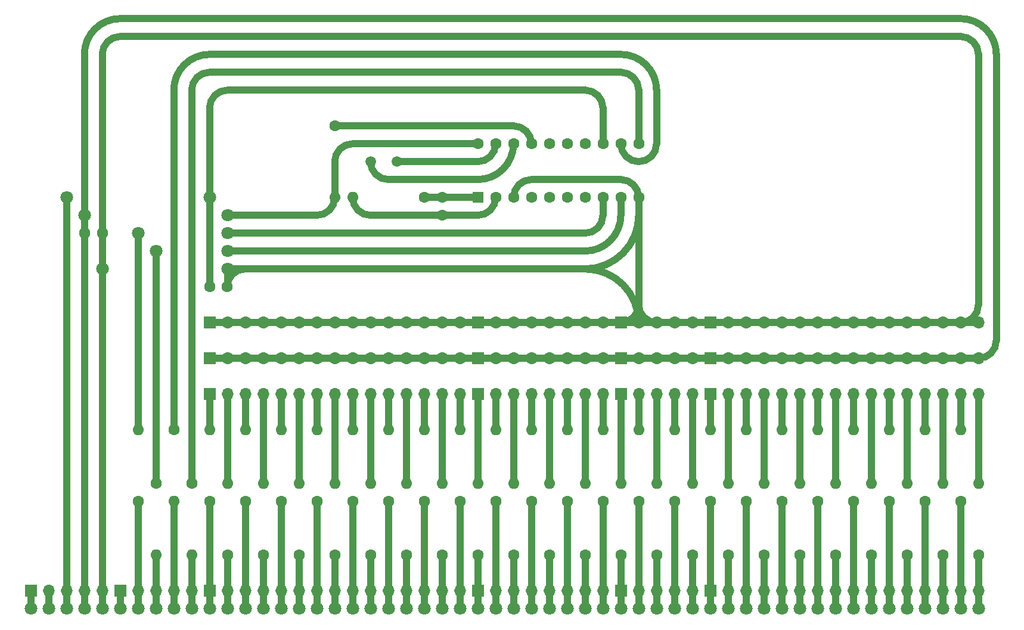
<source format=gbr>
%TF.GenerationSoftware,KiCad,Pcbnew,9.0.0*%
%TF.CreationDate,2025-06-03T10:16:40-05:00*%
%TF.ProjectId,TMSHB_CLK,544d5348-425f-4434-9c4b-2e6b69636164,rev?*%
%TF.SameCoordinates,PX48ab840PY8eeaea0*%
%TF.FileFunction,Copper,L2,Bot*%
%TF.FilePolarity,Positive*%
%FSLAX46Y46*%
G04 Gerber Fmt 4.6, Leading zero omitted, Abs format (unit mm)*
G04 Created by KiCad (PCBNEW 9.0.0) date 2025-06-03 10:16:40*
%MOMM*%
%LPD*%
G01*
G04 APERTURE LIST*
G04 Aperture macros list*
%AMRoundRect*
0 Rectangle with rounded corners*
0 $1 Rounding radius*
0 $2 $3 $4 $5 $6 $7 $8 $9 X,Y pos of 4 corners*
0 Add a 4 corners polygon primitive as box body*
4,1,4,$2,$3,$4,$5,$6,$7,$8,$9,$2,$3,0*
0 Add four circle primitives for the rounded corners*
1,1,$1+$1,$2,$3*
1,1,$1+$1,$4,$5*
1,1,$1+$1,$6,$7*
1,1,$1+$1,$8,$9*
0 Add four rect primitives between the rounded corners*
20,1,$1+$1,$2,$3,$4,$5,0*
20,1,$1+$1,$4,$5,$6,$7,0*
20,1,$1+$1,$6,$7,$8,$9,0*
20,1,$1+$1,$8,$9,$2,$3,0*%
G04 Aperture macros list end*
%TA.AperFunction,ComponentPad*%
%ADD10C,1.600000*%
%TD*%
%TA.AperFunction,ComponentPad*%
%ADD11O,1.600000X1.600000*%
%TD*%
%TA.AperFunction,ComponentPad*%
%ADD12R,1.700000X1.700000*%
%TD*%
%TA.AperFunction,ComponentPad*%
%ADD13O,1.700000X1.700000*%
%TD*%
%TA.AperFunction,ComponentPad*%
%ADD14C,1.500000*%
%TD*%
%TA.AperFunction,ComponentPad*%
%ADD15RoundRect,0.250000X0.550000X-0.550000X0.550000X0.550000X-0.550000X0.550000X-0.550000X-0.550000X0*%
%TD*%
%TA.AperFunction,ViaPad*%
%ADD16C,1.800000*%
%TD*%
%TA.AperFunction,Conductor*%
%ADD17C,1.000000*%
%TD*%
G04 APERTURE END LIST*
D10*
%TO.P,R7,1*%
%TO.N,Net-(U2-OSCIN)*%
X50800000Y73660000D03*
D11*
%TO.P,R7,2*%
%TO.N,+5V*%
X50800000Y63500000D03*
%TD*%
D10*
%TO.P,R14,1*%
%TO.N,/DA1*%
X106680000Y12700000D03*
D11*
%TO.P,R14,2*%
%TO.N,Net-(J6-Pin_2)*%
X106680000Y22860000D03*
%TD*%
D10*
%TO.P,R24,1*%
%TO.N,/DA11*%
X132080000Y12700000D03*
D11*
%TO.P,R24,2*%
%TO.N,Net-(J6-Pin_12)*%
X132080000Y22860000D03*
%TD*%
D12*
%TO.P,J13,1,Pin_1*%
%TO.N,+5V*%
X71120000Y40640000D03*
D13*
%TO.P,J13,2,Pin_2*%
X73660000Y40640000D03*
%TO.P,J13,3,Pin_3*%
X76200000Y40640000D03*
%TO.P,J13,4,Pin_4*%
X78740000Y40640000D03*
%TO.P,J13,5,Pin_5*%
X81280000Y40640000D03*
%TO.P,J13,6,Pin_6*%
X83820000Y40640000D03*
%TO.P,J13,7,Pin_7*%
X86360000Y40640000D03*
%TO.P,J13,8,Pin_8*%
X88900000Y40640000D03*
%TD*%
D12*
%TO.P,J5,1,Pin_1*%
%TO.N,-5V*%
X7620000Y7620000D03*
D13*
%TO.P,J5,2,Pin_2*%
%TO.N,-12V*%
X10160000Y7620000D03*
%TO.P,J5,3,Pin_3*%
%TO.N,+12V*%
X12700000Y7620000D03*
%TO.P,J5,4,Pin_4*%
%TO.N,+5V*%
X15240000Y7620000D03*
%TO.P,J5,5,Pin_5*%
%TO.N,GND*%
X17780000Y7620000D03*
%TD*%
D10*
%TO.P,R47,1*%
%TO.N,/{slash}WE*%
X78740000Y20320000D03*
D11*
%TO.P,R47,2*%
%TO.N,Net-(J11-Pin_4)*%
X78740000Y30480000D03*
%TD*%
D10*
%TO.P,R28,1*%
%TO.N,/AD1*%
X33020000Y20320000D03*
D11*
%TO.P,R28,2*%
%TO.N,Net-(J9-Pin_1)*%
X33020000Y30480000D03*
%TD*%
D10*
%TO.P,R29,1*%
%TO.N,/AD2*%
X35560000Y12700000D03*
D11*
%TO.P,R29,2*%
%TO.N,Net-(J9-Pin_2)*%
X35560000Y22860000D03*
%TD*%
D10*
%TO.P,R15,1*%
%TO.N,/DA2*%
X109220000Y20320000D03*
D11*
%TO.P,R15,2*%
%TO.N,Net-(J6-Pin_3)*%
X109220000Y30480000D03*
%TD*%
D10*
%TO.P,R43,1*%
%TO.N,/DA15*%
X142240000Y12700000D03*
D11*
%TO.P,R43,2*%
%TO.N,Net-(J6-Pin_16)*%
X142240000Y22860000D03*
%TD*%
D10*
%TO.P,R56,1*%
%TO.N,/IC3*%
X101600000Y12700000D03*
D11*
%TO.P,R56,2*%
%TO.N,Net-(J12-Pin_5)*%
X101600000Y22860000D03*
%TD*%
D10*
%TO.P,R30,1*%
%TO.N,/AD3*%
X38100000Y20320000D03*
D11*
%TO.P,R30,2*%
%TO.N,Net-(J9-Pin_3)*%
X38100000Y30480000D03*
%TD*%
D12*
%TO.P,J17,1,Pin_1*%
%TO.N,GND*%
X71120000Y45720000D03*
D13*
%TO.P,J17,2,Pin_2*%
X73660000Y45720000D03*
%TO.P,J17,3,Pin_3*%
X76200000Y45720000D03*
%TO.P,J17,4,Pin_4*%
X78740000Y45720000D03*
%TO.P,J17,5,Pin_5*%
X81280000Y45720000D03*
%TO.P,J17,6,Pin_6*%
X83820000Y45720000D03*
%TO.P,J17,7,Pin_7*%
X86360000Y45720000D03*
%TO.P,J17,8,Pin_8*%
X88900000Y45720000D03*
%TD*%
D10*
%TO.P,R25,1*%
%TO.N,/DA12*%
X134620000Y20320000D03*
D11*
%TO.P,R25,2*%
%TO.N,Net-(J6-Pin_13)*%
X134620000Y30480000D03*
%TD*%
D10*
%TO.P,R49,1*%
%TO.N,/WAIT*%
X83820000Y20320000D03*
D11*
%TO.P,R49,2*%
%TO.N,Net-(J11-Pin_6)*%
X83820000Y30480000D03*
%TD*%
D12*
%TO.P,J9,1,Pin_1*%
%TO.N,Net-(J9-Pin_1)*%
X33020000Y35560000D03*
D13*
%TO.P,J9,2,Pin_2*%
%TO.N,Net-(J9-Pin_2)*%
X35560000Y35560000D03*
%TO.P,J9,3,Pin_3*%
%TO.N,Net-(J9-Pin_3)*%
X38100000Y35560000D03*
%TO.P,J9,4,Pin_4*%
%TO.N,Net-(J9-Pin_4)*%
X40640000Y35560000D03*
%TO.P,J9,5,Pin_5*%
%TO.N,Net-(J9-Pin_5)*%
X43180000Y35560000D03*
%TO.P,J9,6,Pin_6*%
%TO.N,Net-(J9-Pin_6)*%
X45720000Y35560000D03*
%TO.P,J9,7,Pin_7*%
%TO.N,Net-(J9-Pin_7)*%
X48260000Y35560000D03*
%TO.P,J9,8,Pin_8*%
%TO.N,Net-(J9-Pin_8)*%
X50800000Y35560000D03*
%TO.P,J9,9,Pin_9*%
%TO.N,Net-(J9-Pin_9)*%
X53340000Y35560000D03*
%TO.P,J9,10,Pin_10*%
%TO.N,Net-(J9-Pin_10)*%
X55880000Y35560000D03*
%TO.P,J9,11,Pin_11*%
%TO.N,Net-(J9-Pin_11)*%
X58420000Y35560000D03*
%TO.P,J9,12,Pin_12*%
%TO.N,Net-(J9-Pin_12)*%
X60960000Y35560000D03*
%TO.P,J9,13,Pin_13*%
%TO.N,Net-(J9-Pin_13)*%
X63500000Y35560000D03*
%TO.P,J9,14,Pin_14*%
%TO.N,Net-(J9-Pin_14)*%
X66040000Y35560000D03*
%TO.P,J9,15,Pin_15*%
%TO.N,Net-(J9-Pin_15)*%
X68580000Y35560000D03*
%TD*%
D10*
%TO.P,R18,1*%
%TO.N,/DA5*%
X116840000Y12700000D03*
D11*
%TO.P,R18,2*%
%TO.N,Net-(J6-Pin_6)*%
X116840000Y22860000D03*
%TD*%
D12*
%TO.P,J16,1,Pin_1*%
%TO.N,GND*%
X33020000Y45720000D03*
D13*
%TO.P,J16,2,Pin_2*%
X35560000Y45720000D03*
%TO.P,J16,3,Pin_3*%
X38100000Y45720000D03*
%TO.P,J16,4,Pin_4*%
X40640000Y45720000D03*
%TO.P,J16,5,Pin_5*%
X43180000Y45720000D03*
%TO.P,J16,6,Pin_6*%
X45720000Y45720000D03*
%TO.P,J16,7,Pin_7*%
X48260000Y45720000D03*
%TO.P,J16,8,Pin_8*%
X50800000Y45720000D03*
%TO.P,J16,9,Pin_9*%
X53340000Y45720000D03*
%TO.P,J16,10,Pin_10*%
X55880000Y45720000D03*
%TO.P,J16,11,Pin_11*%
X58420000Y45720000D03*
%TO.P,J16,12,Pin_12*%
X60960000Y45720000D03*
%TO.P,J16,13,Pin_13*%
X63500000Y45720000D03*
%TO.P,J16,14,Pin_14*%
X66040000Y45720000D03*
%TO.P,J16,15,Pin_15*%
X68580000Y45720000D03*
%TD*%
D12*
%TO.P,J7,1,Pin_1*%
%TO.N,unconnected-(J7-Pin_1-Pad1)*%
X20320000Y7620000D03*
D13*
%TO.P,J7,2,Pin_2*%
%TO.N,PHI3*%
X22860000Y7620000D03*
%TO.P,J7,3,Pin_3*%
%TO.N,PHI4*%
X25400000Y7620000D03*
%TO.P,J7,4,Pin_4*%
%TO.N,PHI1*%
X27940000Y7620000D03*
%TO.P,J7,5,Pin_5*%
%TO.N,PHI2*%
X30480000Y7620000D03*
%TD*%
D12*
%TO.P,J4,1,Pin_1*%
%TO.N,/IRQ*%
X91440000Y7620000D03*
D13*
%TO.P,J4,2,Pin_2*%
%TO.N,/IC0*%
X93980000Y7620000D03*
%TO.P,J4,3,Pin_3*%
%TO.N,/IC1*%
X96520000Y7620000D03*
%TO.P,J4,4,Pin_4*%
%TO.N,/IC2*%
X99060000Y7620000D03*
%TO.P,J4,5,Pin_5*%
%TO.N,/IC3*%
X101600000Y7620000D03*
%TD*%
D10*
%TO.P,R48,1*%
%TO.N,/{slash}HOLD*%
X81280000Y12700000D03*
D11*
%TO.P,R48,2*%
%TO.N,Net-(J11-Pin_5)*%
X81280000Y22860000D03*
%TD*%
D10*
%TO.P,R16,1*%
%TO.N,/DA3*%
X111760000Y12700000D03*
D11*
%TO.P,R16,2*%
%TO.N,Net-(J6-Pin_4)*%
X111760000Y22860000D03*
%TD*%
D10*
%TO.P,R3,1*%
%TO.N,Net-(U2-PHI1)*%
X27940000Y30480000D03*
D11*
%TO.P,R3,2*%
%TO.N,PHI1*%
X27940000Y20320000D03*
%TD*%
D10*
%TO.P,R52,1*%
%TO.N,/IRQ*%
X91440000Y12700000D03*
D11*
%TO.P,R52,2*%
%TO.N,Net-(J12-Pin_1)*%
X91440000Y22860000D03*
%TD*%
D10*
%TO.P,R55,1*%
%TO.N,/IC2*%
X99060000Y20320000D03*
D11*
%TO.P,R55,2*%
%TO.N,Net-(J12-Pin_4)*%
X99060000Y30480000D03*
%TD*%
D12*
%TO.P,J12,1,Pin_1*%
%TO.N,Net-(J12-Pin_1)*%
X91440000Y35560000D03*
D13*
%TO.P,J12,2,Pin_2*%
%TO.N,Net-(J12-Pin_2)*%
X93980000Y35560000D03*
%TO.P,J12,3,Pin_3*%
%TO.N,Net-(J12-Pin_3)*%
X96520000Y35560000D03*
%TO.P,J12,4,Pin_4*%
%TO.N,Net-(J12-Pin_4)*%
X99060000Y35560000D03*
%TO.P,J12,5,Pin_5*%
%TO.N,Net-(J12-Pin_5)*%
X101600000Y35560000D03*
%TD*%
D10*
%TO.P,R44,1*%
%TO.N,/DBIN*%
X71120000Y12700000D03*
D11*
%TO.P,R44,2*%
%TO.N,Net-(J11-Pin_1)*%
X71120000Y22860000D03*
%TD*%
D10*
%TO.P,R37,1*%
%TO.N,/AD10*%
X55880000Y12700000D03*
D11*
%TO.P,R37,2*%
%TO.N,Net-(J9-Pin_10)*%
X55880000Y22860000D03*
%TD*%
D10*
%TO.P,C3,1*%
%TO.N,+12V*%
X33020000Y50800000D03*
%TO.P,C3,2*%
%TO.N,GND*%
X35520000Y50800000D03*
%TD*%
%TO.P,R40,1*%
%TO.N,/AD13*%
X63500000Y20320000D03*
D11*
%TO.P,R40,2*%
%TO.N,Net-(J9-Pin_13)*%
X63500000Y30480000D03*
%TD*%
D10*
%TO.P,R41,1*%
%TO.N,/AD14*%
X66040000Y12700000D03*
D11*
%TO.P,R41,2*%
%TO.N,Net-(J9-Pin_14)*%
X66040000Y22860000D03*
%TD*%
D10*
%TO.P,R26,1*%
%TO.N,/DA13*%
X137160000Y12700000D03*
D11*
%TO.P,R26,2*%
%TO.N,Net-(J6-Pin_14)*%
X137160000Y22860000D03*
%TD*%
D10*
%TO.P,R33,1*%
%TO.N,/AD6*%
X45720000Y12700000D03*
D11*
%TO.P,R33,2*%
%TO.N,Net-(J9-Pin_6)*%
X45720000Y22860000D03*
%TD*%
D10*
%TO.P,R5,1*%
%TO.N,Net-(U2-PHI4)*%
X25400000Y22860000D03*
D11*
%TO.P,R5,2*%
%TO.N,PHI4*%
X25400000Y12700000D03*
%TD*%
D10*
%TO.P,R50,1*%
%TO.N,/HOLDA*%
X86360000Y12700000D03*
D11*
%TO.P,R50,2*%
%TO.N,Net-(J11-Pin_7)*%
X86360000Y22860000D03*
%TD*%
D10*
%TO.P,R27,1*%
%TO.N,/DA14*%
X139700000Y20320000D03*
D11*
%TO.P,R27,2*%
%TO.N,Net-(J6-Pin_15)*%
X139700000Y30480000D03*
%TD*%
D10*
%TO.P,R45,1*%
%TO.N,/{slash}MEMIN*%
X73660000Y20320000D03*
D11*
%TO.P,R45,2*%
%TO.N,Net-(J11-Pin_2)*%
X73660000Y30480000D03*
%TD*%
D10*
%TO.P,R42,1*%
%TO.N,/AD15*%
X68580000Y20320000D03*
D11*
%TO.P,R42,2*%
%TO.N,Net-(J9-Pin_15)*%
X68580000Y30480000D03*
%TD*%
D10*
%TO.P,R39,1*%
%TO.N,/AD12*%
X60960000Y12700000D03*
D11*
%TO.P,R39,2*%
%TO.N,Net-(J9-Pin_12)*%
X60960000Y22860000D03*
%TD*%
D10*
%TO.P,R46,1*%
%TO.N,/READY*%
X76200000Y12700000D03*
D11*
%TO.P,R46,2*%
%TO.N,Net-(J11-Pin_3)*%
X76200000Y22860000D03*
%TD*%
D12*
%TO.P,J8,1,Pin_1*%
%TO.N,+5V*%
X104140000Y40640000D03*
D13*
%TO.P,J8,2,Pin_2*%
X106680000Y40640000D03*
%TO.P,J8,3,Pin_3*%
X109220000Y40640000D03*
%TO.P,J8,4,Pin_4*%
X111760000Y40640000D03*
%TO.P,J8,5,Pin_5*%
X114300000Y40640000D03*
%TO.P,J8,6,Pin_6*%
X116840000Y40640000D03*
%TO.P,J8,7,Pin_7*%
X119380000Y40640000D03*
%TO.P,J8,8,Pin_8*%
X121920000Y40640000D03*
%TO.P,J8,9,Pin_9*%
X124460000Y40640000D03*
%TO.P,J8,10,Pin_10*%
X127000000Y40640000D03*
%TO.P,J8,11,Pin_11*%
X129540000Y40640000D03*
%TO.P,J8,12,Pin_12*%
X132080000Y40640000D03*
%TO.P,J8,13,Pin_13*%
X134620000Y40640000D03*
%TO.P,J8,14,Pin_14*%
X137160000Y40640000D03*
%TO.P,J8,15,Pin_15*%
X139700000Y40640000D03*
%TO.P,J8,16,Pin_16*%
X142240000Y40640000D03*
%TD*%
D12*
%TO.P,J11,1,Pin_1*%
%TO.N,Net-(J11-Pin_1)*%
X71120000Y35560000D03*
D13*
%TO.P,J11,2,Pin_2*%
%TO.N,Net-(J11-Pin_2)*%
X73660000Y35560000D03*
%TO.P,J11,3,Pin_3*%
%TO.N,Net-(J11-Pin_3)*%
X76200000Y35560000D03*
%TO.P,J11,4,Pin_4*%
%TO.N,Net-(J11-Pin_4)*%
X78740000Y35560000D03*
%TO.P,J11,5,Pin_5*%
%TO.N,Net-(J11-Pin_5)*%
X81280000Y35560000D03*
%TO.P,J11,6,Pin_6*%
%TO.N,Net-(J11-Pin_6)*%
X83820000Y35560000D03*
%TO.P,J11,7,Pin_7*%
%TO.N,Net-(J11-Pin_7)*%
X86360000Y35560000D03*
%TO.P,J11,8,Pin_8*%
%TO.N,Net-(J11-Pin_8)*%
X88900000Y35560000D03*
%TD*%
D12*
%TO.P,J14,1,Pin_1*%
%TO.N,+5V*%
X91440000Y40640000D03*
D13*
%TO.P,J14,2,Pin_2*%
X93980000Y40640000D03*
%TO.P,J14,3,Pin_3*%
X96520000Y40640000D03*
%TO.P,J14,4,Pin_4*%
X99060000Y40640000D03*
%TO.P,J14,5,Pin_5*%
X101600000Y40640000D03*
%TD*%
D10*
%TO.P,C4,1*%
%TO.N,+5V*%
X15280000Y58420000D03*
%TO.P,C4,2*%
%TO.N,GND*%
X17780000Y58420000D03*
%TD*%
%TO.P,R13,1*%
%TO.N,/DA0*%
X104140000Y20320000D03*
D11*
%TO.P,R13,2*%
%TO.N,Net-(J6-Pin_1)*%
X104140000Y30480000D03*
%TD*%
D10*
%TO.P,R51,1*%
%TO.N,/{slash}RESET*%
X88900000Y20320000D03*
D11*
%TO.P,R51,2*%
%TO.N,Net-(J11-Pin_8)*%
X88900000Y30480000D03*
%TD*%
D10*
%TO.P,R35,1*%
%TO.N,/AD8*%
X50800000Y12700000D03*
D11*
%TO.P,R35,2*%
%TO.N,Net-(J9-Pin_8)*%
X50800000Y22860000D03*
%TD*%
D12*
%TO.P,J15,1,Pin_1*%
%TO.N,GND*%
X104140000Y45720000D03*
D13*
%TO.P,J15,2,Pin_2*%
X106680000Y45720000D03*
%TO.P,J15,3,Pin_3*%
X109220000Y45720000D03*
%TO.P,J15,4,Pin_4*%
X111760000Y45720000D03*
%TO.P,J15,5,Pin_5*%
X114300000Y45720000D03*
%TO.P,J15,6,Pin_6*%
X116840000Y45720000D03*
%TO.P,J15,7,Pin_7*%
X119380000Y45720000D03*
%TO.P,J15,8,Pin_8*%
X121920000Y45720000D03*
%TO.P,J15,9,Pin_9*%
X124460000Y45720000D03*
%TO.P,J15,10,Pin_10*%
X127000000Y45720000D03*
%TO.P,J15,11,Pin_11*%
X129540000Y45720000D03*
%TO.P,J15,12,Pin_12*%
X132080000Y45720000D03*
%TO.P,J15,13,Pin_13*%
X134620000Y45720000D03*
%TO.P,J15,14,Pin_14*%
X137160000Y45720000D03*
%TO.P,J15,15,Pin_15*%
X139700000Y45720000D03*
%TO.P,J15,16,Pin_16*%
X142240000Y45720000D03*
%TD*%
D12*
%TO.P,J2,1,Pin_1*%
%TO.N,/AD1*%
X33020000Y7620000D03*
D13*
%TO.P,J2,2,Pin_2*%
%TO.N,/AD2*%
X35560000Y7620000D03*
%TO.P,J2,3,Pin_3*%
%TO.N,/AD3*%
X38100000Y7620000D03*
%TO.P,J2,4,Pin_4*%
%TO.N,/AD4*%
X40640000Y7620000D03*
%TO.P,J2,5,Pin_5*%
%TO.N,/AD5*%
X43180000Y7620000D03*
%TO.P,J2,6,Pin_6*%
%TO.N,/AD6*%
X45720000Y7620000D03*
%TO.P,J2,7,Pin_7*%
%TO.N,/AD7*%
X48260000Y7620000D03*
%TO.P,J2,8,Pin_8*%
%TO.N,/AD8*%
X50800000Y7620000D03*
%TO.P,J2,9,Pin_9*%
%TO.N,/AD9*%
X53340000Y7620000D03*
%TO.P,J2,10,Pin_10*%
%TO.N,/AD10*%
X55880000Y7620000D03*
%TO.P,J2,11,Pin_11*%
%TO.N,/AD11*%
X58420000Y7620000D03*
%TO.P,J2,12,Pin_12*%
%TO.N,/AD12*%
X60960000Y7620000D03*
%TO.P,J2,13,Pin_13*%
%TO.N,/AD13*%
X63500000Y7620000D03*
%TO.P,J2,14,Pin_14*%
%TO.N,/AD14*%
X66040000Y7620000D03*
%TO.P,J2,15,Pin_15*%
%TO.N,/AD15*%
X68580000Y7620000D03*
%TD*%
D10*
%TO.P,R53,1*%
%TO.N,/IC0*%
X93980000Y20320000D03*
D11*
%TO.P,R53,2*%
%TO.N,Net-(J12-Pin_2)*%
X93980000Y30480000D03*
%TD*%
D10*
%TO.P,R19,1*%
%TO.N,/DA6*%
X119380000Y20320000D03*
D11*
%TO.P,R19,2*%
%TO.N,Net-(J6-Pin_7)*%
X119380000Y30480000D03*
%TD*%
D10*
%TO.P,R31,1*%
%TO.N,/AD4*%
X40640000Y12700000D03*
D11*
%TO.P,R31,2*%
%TO.N,Net-(J9-Pin_4)*%
X40640000Y22860000D03*
%TD*%
D10*
%TO.P,R34,1*%
%TO.N,/AD7*%
X48260000Y20320000D03*
D11*
%TO.P,R34,2*%
%TO.N,Net-(J9-Pin_7)*%
X48260000Y30480000D03*
%TD*%
D14*
%TO.P,Y1,1,1*%
%TO.N,Net-(U2-XTAL_1)*%
X55880000Y68580000D03*
%TO.P,Y1,2,2*%
%TO.N,Net-(U2-XTAL_2)*%
X59680000Y68580000D03*
%TD*%
D12*
%TO.P,J10,1,Pin_1*%
%TO.N,+5V*%
X33020000Y40640000D03*
D13*
%TO.P,J10,2,Pin_2*%
X35560000Y40640000D03*
%TO.P,J10,3,Pin_3*%
X38100000Y40640000D03*
%TO.P,J10,4,Pin_4*%
X40640000Y40640000D03*
%TO.P,J10,5,Pin_5*%
X43180000Y40640000D03*
%TO.P,J10,6,Pin_6*%
X45720000Y40640000D03*
%TO.P,J10,7,Pin_7*%
X48260000Y40640000D03*
%TO.P,J10,8,Pin_8*%
X50800000Y40640000D03*
%TO.P,J10,9,Pin_9*%
X53340000Y40640000D03*
%TO.P,J10,10,Pin_10*%
X55880000Y40640000D03*
%TO.P,J10,11,Pin_11*%
X58420000Y40640000D03*
%TO.P,J10,12,Pin_12*%
X60960000Y40640000D03*
%TO.P,J10,13,Pin_13*%
X63500000Y40640000D03*
%TO.P,J10,14,Pin_14*%
X66040000Y40640000D03*
%TO.P,J10,15,Pin_15*%
X68580000Y40640000D03*
%TD*%
D10*
%TO.P,R54,1*%
%TO.N,/IC1*%
X96520000Y12700000D03*
D11*
%TO.P,R54,2*%
%TO.N,Net-(J12-Pin_3)*%
X96520000Y22860000D03*
%TD*%
D10*
%TO.P,L1,1,1*%
%TO.N,Net-(U2-Tank_1)*%
X63500000Y63500000D03*
D11*
%TO.P,L1,2,2*%
%TO.N,Net-(U2-Tank_2)*%
X53340000Y63500000D03*
%TD*%
D10*
%TO.P,R6,1*%
%TO.N,PHI3*%
X22860000Y20320000D03*
D11*
%TO.P,R6,2*%
%TO.N,Net-(U2-PHI3)*%
X22860000Y30480000D03*
%TD*%
D10*
%TO.P,R22,1*%
%TO.N,/DA9*%
X127000000Y12700000D03*
D11*
%TO.P,R22,2*%
%TO.N,Net-(J6-Pin_10)*%
X127000000Y22860000D03*
%TD*%
D10*
%TO.P,R32,1*%
%TO.N,/AD5*%
X43180000Y20320000D03*
D11*
%TO.P,R32,2*%
%TO.N,Net-(J9-Pin_5)*%
X43180000Y30480000D03*
%TD*%
D12*
%TO.P,J1,1,Pin_1*%
%TO.N,/DBIN*%
X71120000Y7620000D03*
D13*
%TO.P,J1,2,Pin_2*%
%TO.N,/{slash}MEMIN*%
X73660000Y7620000D03*
%TO.P,J1,3,Pin_3*%
%TO.N,/READY*%
X76200000Y7620000D03*
%TO.P,J1,4,Pin_4*%
%TO.N,/{slash}WE*%
X78740000Y7620000D03*
%TO.P,J1,5,Pin_5*%
%TO.N,/{slash}HOLD*%
X81280000Y7620000D03*
%TO.P,J1,6,Pin_6*%
%TO.N,/WAIT*%
X83820000Y7620000D03*
%TO.P,J1,7,Pin_7*%
%TO.N,/HOLDA*%
X86360000Y7620000D03*
%TO.P,J1,8,Pin_8*%
%TO.N,/{slash}RESET*%
X88900000Y7620000D03*
%TD*%
D15*
%TO.P,U2,1,Tank_1*%
%TO.N,Net-(U2-Tank_1)*%
X71120000Y63500000D03*
D10*
%TO.P,U2,2,Tank_2*%
%TO.N,Net-(U2-Tank_2)*%
X73660000Y63500000D03*
%TO.P,U2,3,GND_1*%
%TO.N,GND*%
X76200000Y63500000D03*
%TO.P,U2,4,FFQ*%
%TO.N,unconnected-(U2-FFQ-Pad4)*%
X78740000Y63500000D03*
%TO.P,U2,5,FFD*%
%TO.N,unconnected-(U2-FFD-Pad5)*%
X81280000Y63500000D03*
%TO.P,U2,6,PHI4_TTL*%
%TO.N,unconnected-(U2-PHI4_TTL-Pad6)*%
X83820000Y63500000D03*
%TO.P,U2,7,PHI3_TTL*%
%TO.N,unconnected-(U2-PHI3_TTL-Pad7)*%
X86360000Y63500000D03*
%TO.P,U2,8,PHI3*%
%TO.N,Net-(U2-PHI3)*%
X88900000Y63500000D03*
%TO.P,U2,9,PHI4*%
%TO.N,Net-(U2-PHI4)*%
X91440000Y63500000D03*
%TO.P,U2,10,GND_2*%
%TO.N,GND*%
X93980000Y63500000D03*
%TO.P,U2,11,PHI2*%
%TO.N,Net-(U2-PHI2)*%
X93980000Y71120000D03*
%TO.P,U2,12,PHI1*%
%TO.N,Net-(U2-PHI1)*%
X91440000Y71120000D03*
%TO.P,U2,13,VDD*%
%TO.N,+12V*%
X88900000Y71120000D03*
%TO.P,U2,14,PHI1_TTL*%
%TO.N,unconnected-(U2-PHI1_TTL-Pad14)*%
X86360000Y71120000D03*
%TO.P,U2,15,PHI2_TTL*%
%TO.N,unconnected-(U2-PHI2_TTL-Pad15)*%
X83820000Y71120000D03*
%TO.P,U2,16,OSCOUT*%
%TO.N,unconnected-(U2-OSCOUT-Pad16)*%
X81280000Y71120000D03*
%TO.P,U2,17,OSCIN*%
%TO.N,Net-(U2-OSCIN)*%
X78740000Y71120000D03*
%TO.P,U2,18,XTAL_1*%
%TO.N,Net-(U2-XTAL_1)*%
X76200000Y71120000D03*
%TO.P,U2,19,XTAL_2*%
%TO.N,Net-(U2-XTAL_2)*%
X73660000Y71120000D03*
%TO.P,U2,20,VCC*%
%TO.N,+5V*%
X71120000Y71120000D03*
%TD*%
%TO.P,R36,1*%
%TO.N,/AD9*%
X53340000Y20320000D03*
D11*
%TO.P,R36,2*%
%TO.N,Net-(J9-Pin_9)*%
X53340000Y30480000D03*
%TD*%
D10*
%TO.P,R4,1*%
%TO.N,Net-(U2-PHI2)*%
X30480000Y22860000D03*
D11*
%TO.P,R4,2*%
%TO.N,PHI2*%
X30480000Y12700000D03*
%TD*%
D10*
%TO.P,R21,1*%
%TO.N,/DA8*%
X124460000Y20320000D03*
D11*
%TO.P,R21,2*%
%TO.N,Net-(J6-Pin_9)*%
X124460000Y30480000D03*
%TD*%
D10*
%TO.P,R23,1*%
%TO.N,/DA10*%
X129540000Y20320000D03*
D11*
%TO.P,R23,2*%
%TO.N,Net-(J6-Pin_11)*%
X129540000Y30480000D03*
%TD*%
D12*
%TO.P,J6,1,Pin_1*%
%TO.N,Net-(J6-Pin_1)*%
X104140000Y35560000D03*
D13*
%TO.P,J6,2,Pin_2*%
%TO.N,Net-(J6-Pin_2)*%
X106680000Y35560000D03*
%TO.P,J6,3,Pin_3*%
%TO.N,Net-(J6-Pin_3)*%
X109220000Y35560000D03*
%TO.P,J6,4,Pin_4*%
%TO.N,Net-(J6-Pin_4)*%
X111760000Y35560000D03*
%TO.P,J6,5,Pin_5*%
%TO.N,Net-(J6-Pin_5)*%
X114300000Y35560000D03*
%TO.P,J6,6,Pin_6*%
%TO.N,Net-(J6-Pin_6)*%
X116840000Y35560000D03*
%TO.P,J6,7,Pin_7*%
%TO.N,Net-(J6-Pin_7)*%
X119380000Y35560000D03*
%TO.P,J6,8,Pin_8*%
%TO.N,Net-(J6-Pin_8)*%
X121920000Y35560000D03*
%TO.P,J6,9,Pin_9*%
%TO.N,Net-(J6-Pin_9)*%
X124460000Y35560000D03*
%TO.P,J6,10,Pin_10*%
%TO.N,Net-(J6-Pin_10)*%
X127000000Y35560000D03*
%TO.P,J6,11,Pin_11*%
%TO.N,Net-(J6-Pin_11)*%
X129540000Y35560000D03*
%TO.P,J6,12,Pin_12*%
%TO.N,Net-(J6-Pin_12)*%
X132080000Y35560000D03*
%TO.P,J6,13,Pin_13*%
%TO.N,Net-(J6-Pin_13)*%
X134620000Y35560000D03*
%TO.P,J6,14,Pin_14*%
%TO.N,Net-(J6-Pin_14)*%
X137160000Y35560000D03*
%TO.P,J6,15,Pin_15*%
%TO.N,Net-(J6-Pin_15)*%
X139700000Y35560000D03*
%TO.P,J6,16,Pin_16*%
%TO.N,Net-(J6-Pin_16)*%
X142240000Y35560000D03*
%TD*%
D10*
%TO.P,R38,1*%
%TO.N,/AD11*%
X58420000Y20320000D03*
D11*
%TO.P,R38,2*%
%TO.N,Net-(J9-Pin_11)*%
X58420000Y30480000D03*
%TD*%
D12*
%TO.P,J18,1,Pin_1*%
%TO.N,GND*%
X91440000Y45720000D03*
D13*
%TO.P,J18,2,Pin_2*%
X93980000Y45720000D03*
%TO.P,J18,3,Pin_3*%
X96520000Y45720000D03*
%TO.P,J18,4,Pin_4*%
X99060000Y45720000D03*
%TO.P,J18,5,Pin_5*%
X101600000Y45720000D03*
%TD*%
D10*
%TO.P,R17,1*%
%TO.N,/DA4*%
X114300000Y20320000D03*
D11*
%TO.P,R17,2*%
%TO.N,Net-(J6-Pin_5)*%
X114300000Y30480000D03*
%TD*%
D12*
%TO.P,J3,1,Pin_1*%
%TO.N,/DA0*%
X104140000Y7620000D03*
D13*
%TO.P,J3,2,Pin_2*%
%TO.N,/DA1*%
X106680000Y7620000D03*
%TO.P,J3,3,Pin_3*%
%TO.N,/DA2*%
X109220000Y7620000D03*
%TO.P,J3,4,Pin_4*%
%TO.N,/DA3*%
X111760000Y7620000D03*
%TO.P,J3,5,Pin_5*%
%TO.N,/DA4*%
X114300000Y7620000D03*
%TO.P,J3,6,Pin_6*%
%TO.N,/DA5*%
X116840000Y7620000D03*
%TO.P,J3,7,Pin_7*%
%TO.N,/DA6*%
X119380000Y7620000D03*
%TO.P,J3,8,Pin_8*%
%TO.N,/DA7*%
X121920000Y7620000D03*
%TO.P,J3,9,Pin_9*%
%TO.N,/DA8*%
X124460000Y7620000D03*
%TO.P,J3,10,Pin_10*%
%TO.N,/DA9*%
X127000000Y7620000D03*
%TO.P,J3,11,Pin_11*%
%TO.N,/DA10*%
X129540000Y7620000D03*
%TO.P,J3,12,Pin_12*%
%TO.N,/DA11*%
X132080000Y7620000D03*
%TO.P,J3,13,Pin_13*%
%TO.N,/DA12*%
X134620000Y7620000D03*
%TO.P,J3,14,Pin_14*%
%TO.N,/DA13*%
X137160000Y7620000D03*
%TO.P,J3,15,Pin_15*%
%TO.N,/DA14*%
X139700000Y7620000D03*
%TO.P,J3,16,Pin_16*%
%TO.N,/DA15*%
X142240000Y7620000D03*
%TD*%
D10*
%TO.P,C1,1*%
%TO.N,Net-(U2-Tank_1)*%
X66040000Y63500000D03*
%TO.P,C1,2*%
%TO.N,Net-(U2-Tank_2)*%
X66040000Y61000000D03*
%TD*%
%TO.P,R20,1*%
%TO.N,/DA7*%
X121920000Y12700000D03*
D11*
%TO.P,R20,2*%
%TO.N,Net-(J6-Pin_8)*%
X121920000Y22860000D03*
%TD*%
D16*
%TO.N,/HOLDA*%
X86360000Y5080000D03*
%TO.N,/{slash}WE*%
X78740000Y5080000D03*
%TO.N,/WAIT*%
X83820000Y5080000D03*
%TO.N,/{slash}MEMIN*%
X73660000Y5080000D03*
%TO.N,/DBIN*%
X71120000Y5080000D03*
%TO.N,/{slash}RESET*%
X88900000Y5080000D03*
%TO.N,/{slash}HOLD*%
X81280000Y5080000D03*
%TO.N,/READY*%
X76200000Y5080000D03*
%TO.N,/AD14*%
X66040000Y5080000D03*
%TO.N,/AD3*%
X38100000Y5080000D03*
%TO.N,/AD2*%
X35560000Y5080000D03*
%TO.N,/AD9*%
X53340000Y5080000D03*
%TO.N,/AD10*%
X55880000Y5080000D03*
%TO.N,/AD13*%
X63500000Y5080000D03*
%TO.N,/AD12*%
X60960000Y5080000D03*
%TO.N,/AD7*%
X48260000Y5080000D03*
%TO.N,/AD15*%
X68580000Y5080000D03*
%TO.N,/AD5*%
X43180000Y5080000D03*
%TO.N,/AD1*%
X33020000Y5080000D03*
%TO.N,/AD6*%
X45720000Y5080000D03*
%TO.N,/AD4*%
X40640000Y5080000D03*
%TO.N,/AD8*%
X50800000Y5080000D03*
%TO.N,/AD11*%
X58420000Y5080000D03*
%TO.N,/DA4*%
X114300000Y5080000D03*
%TO.N,/DA15*%
X142240000Y5080000D03*
%TO.N,/DA2*%
X109220000Y5080000D03*
%TO.N,/DA0*%
X104140000Y5080000D03*
%TO.N,/DA7*%
X121920000Y5080000D03*
%TO.N,/DA3*%
X111760000Y5080000D03*
%TO.N,/DA6*%
X119380000Y5080000D03*
%TO.N,/DA12*%
X134620000Y5080000D03*
%TO.N,/DA14*%
X139700000Y5080000D03*
%TO.N,/DA8*%
X124460000Y5080000D03*
%TO.N,/DA5*%
X116840000Y5080000D03*
%TO.N,/DA10*%
X129540000Y5080000D03*
%TO.N,/DA11*%
X132080000Y5080000D03*
%TO.N,/DA13*%
X137160000Y5080000D03*
%TO.N,/DA9*%
X127000000Y5080000D03*
%TO.N,/DA1*%
X106680000Y5080000D03*
%TO.N,/IRQ*%
X91440000Y5080000D03*
%TO.N,/IC1*%
X96520000Y5080000D03*
%TO.N,/IC3*%
X101600000Y5080000D03*
%TO.N,/IC0*%
X93980000Y5080000D03*
%TO.N,/IC2*%
X99060000Y5080000D03*
%TO.N,+12V*%
X12700000Y63500000D03*
X12700000Y5080000D03*
X33020000Y63500000D03*
%TO.N,-12V*%
X10160000Y5080000D03*
%TO.N,-5V*%
X7620000Y5080000D03*
%TO.N,GND*%
X17780000Y5080000D03*
X17780000Y53340000D03*
X35560000Y53340000D03*
%TO.N,+5V*%
X15240000Y5080000D03*
X35560000Y60960000D03*
X15240000Y60960000D03*
%TO.N,unconnected-(J7-Pin_1-Pad1)*%
X20320000Y5080000D03*
%TO.N,PHI3*%
X22860000Y5080000D03*
%TO.N,PHI4*%
X25400000Y5080000D03*
%TO.N,PHI1*%
X27940000Y5080000D03*
%TO.N,PHI2*%
X30480000Y5080000D03*
%TO.N,Net-(U2-PHI4)*%
X35560000Y55880000D03*
X25400000Y55880000D03*
%TO.N,Net-(U2-PHI3)*%
X35560000Y58420000D03*
X22860000Y58420000D03*
%TD*%
D17*
%TO.N,Net-(U2-Tank_1)*%
X63500000Y63500000D02*
X71120000Y63500000D01*
%TO.N,Net-(U2-Tank_2)*%
X71120000Y60960000D02*
X55880000Y60960000D01*
X55880000Y60960000D02*
G75*
G02*
X53340000Y63500000I0J2540000D01*
G01*
X73660000Y63500000D02*
G75*
G02*
X71120000Y60960000I-2540000J0D01*
G01*
%TO.N,/HOLDA*%
X86360000Y12700000D02*
X86360000Y7620000D01*
X86360000Y5080000D02*
X86360000Y7620000D01*
%TO.N,/{slash}WE*%
X78740000Y7620000D02*
X78740000Y20320000D01*
X78740000Y5080000D02*
X78740000Y7620000D01*
%TO.N,/WAIT*%
X83820000Y7620000D02*
X83820000Y20320000D01*
X83820000Y5080000D02*
X83820000Y7620000D01*
%TO.N,/{slash}MEMIN*%
X73660000Y5080000D02*
X73660000Y7620000D01*
X73660000Y7620000D02*
X73660000Y20320000D01*
%TO.N,/DBIN*%
X71120000Y12700000D02*
X71120000Y7620000D01*
X71120000Y5080000D02*
X71120000Y7620000D01*
%TO.N,/{slash}RESET*%
X88900000Y7620000D02*
X88900000Y20320000D01*
X88900000Y5080000D02*
X88900000Y7620000D01*
%TO.N,/{slash}HOLD*%
X81280000Y5080000D02*
X81280000Y7620000D01*
X81280000Y12700000D02*
X81280000Y7620000D01*
%TO.N,/READY*%
X76200000Y5080000D02*
X76200000Y7620000D01*
X76200000Y12700000D02*
X76200000Y7620000D01*
%TO.N,/AD14*%
X66040000Y5080000D02*
X66040000Y7620000D01*
X66040000Y12700000D02*
X66040000Y7620000D01*
%TO.N,/AD3*%
X38100000Y5080000D02*
X38100000Y7620000D01*
X38100000Y7620000D02*
X38100000Y20320000D01*
%TO.N,/AD2*%
X35560000Y12700000D02*
X35560000Y7620000D01*
X35560000Y5080000D02*
X35560000Y7620000D01*
%TO.N,/AD9*%
X53340000Y7620000D02*
X53340000Y20320000D01*
X53340000Y5080000D02*
X53340000Y7620000D01*
%TO.N,/AD10*%
X55880000Y5080000D02*
X55880000Y7620000D01*
X55880000Y12700000D02*
X55880000Y7620000D01*
%TO.N,/AD13*%
X63500000Y7620000D02*
X63500000Y20320000D01*
X63500000Y5080000D02*
X63500000Y7620000D01*
%TO.N,/AD12*%
X60960000Y12700000D02*
X60960000Y7620000D01*
X60960000Y5080000D02*
X60960000Y7620000D01*
%TO.N,/AD7*%
X48260000Y5080000D02*
X48260000Y7620000D01*
X48260000Y7620000D02*
X48260000Y20320000D01*
%TO.N,/AD15*%
X68580000Y5080000D02*
X68580000Y7620000D01*
X68580000Y7620000D02*
X68580000Y20320000D01*
%TO.N,/AD5*%
X43180000Y5080000D02*
X43180000Y7620000D01*
X43180000Y7620000D02*
X43180000Y20320000D01*
%TO.N,/AD1*%
X33020000Y20320000D02*
X33020000Y7620000D01*
X33020000Y5080000D02*
X33020000Y7620000D01*
%TO.N,/AD6*%
X45720000Y12700000D02*
X45720000Y7620000D01*
X45720000Y5080000D02*
X45720000Y7620000D01*
%TO.N,/AD4*%
X40640000Y12700000D02*
X40640000Y7620000D01*
X40640000Y5080000D02*
X40640000Y7620000D01*
%TO.N,/AD8*%
X50800000Y12700000D02*
X50800000Y7620000D01*
X50800000Y5080000D02*
X50800000Y7620000D01*
%TO.N,/AD11*%
X58420000Y7620000D02*
X58420000Y20320000D01*
X58420000Y5080000D02*
X58420000Y7620000D01*
%TO.N,/DA4*%
X114300000Y5080000D02*
X114300000Y7620000D01*
X114300000Y7620000D02*
X114300000Y20320000D01*
%TO.N,/DA15*%
X142240000Y7620000D02*
X142240000Y12700000D01*
X142240000Y5080000D02*
X142240000Y7620000D01*
%TO.N,/DA2*%
X109220000Y7620000D02*
X109220000Y20320000D01*
X109220000Y5080000D02*
X109220000Y7620000D01*
%TO.N,/DA0*%
X104140000Y7620000D02*
X104140000Y20320000D01*
X104140000Y5080000D02*
X104140000Y7620000D01*
%TO.N,/DA7*%
X121920000Y5080000D02*
X121920000Y7620000D01*
X121920000Y12700000D02*
X121920000Y7620000D01*
%TO.N,/DA3*%
X111760000Y5080000D02*
X111760000Y7620000D01*
X111760000Y12700000D02*
X111760000Y7620000D01*
%TO.N,/DA6*%
X119380000Y5080000D02*
X119380000Y7620000D01*
X119380000Y7620000D02*
X119380000Y20320000D01*
%TO.N,/DA12*%
X134620000Y5080000D02*
X134620000Y7620000D01*
X134620000Y7620000D02*
X134620000Y20320000D01*
%TO.N,/DA14*%
X139700000Y5080000D02*
X139700000Y7620000D01*
X139700000Y7620000D02*
X139700000Y20320000D01*
%TO.N,/DA8*%
X124460000Y5080000D02*
X124460000Y7620000D01*
X124460000Y20320000D02*
X124460000Y7620000D01*
%TO.N,/DA5*%
X116840000Y5080000D02*
X116840000Y7620000D01*
X116840000Y12700000D02*
X116840000Y7620000D01*
%TO.N,/DA10*%
X129540000Y5080000D02*
X129540000Y7620000D01*
X129540000Y7620000D02*
X129540000Y20320000D01*
%TO.N,/DA11*%
X132080000Y5080000D02*
X132080000Y7620000D01*
X132080000Y12700000D02*
X132080000Y7620000D01*
%TO.N,/DA13*%
X137160000Y12700000D02*
X137160000Y7620000D01*
X137160000Y5080000D02*
X137160000Y7620000D01*
%TO.N,/DA9*%
X127000000Y5080000D02*
X127000000Y7620000D01*
X127000000Y7620000D02*
X127000000Y12700000D01*
%TO.N,/DA1*%
X106680000Y12700000D02*
X106680000Y7620000D01*
X106680000Y5080000D02*
X106680000Y7620000D01*
%TO.N,/IRQ*%
X91440000Y12700000D02*
X91440000Y7620000D01*
X91440000Y5080000D02*
X91440000Y7620000D01*
%TO.N,/IC1*%
X96520000Y5080000D02*
X96520000Y7620000D01*
X96520000Y12700000D02*
X96520000Y7620000D01*
%TO.N,/IC3*%
X101600000Y12700000D02*
X101600000Y7620000D01*
X101600000Y5080000D02*
X101600000Y7620000D01*
%TO.N,/IC0*%
X93980000Y5080000D02*
X93980000Y7620000D01*
X93980000Y7620000D02*
X93980000Y20320000D01*
%TO.N,/IC2*%
X99060000Y5080000D02*
X99060000Y7620000D01*
X99060000Y7620000D02*
X99060000Y20320000D01*
%TO.N,+12V*%
X88900000Y76200000D02*
X88900000Y71120000D01*
X33020000Y50800000D02*
X33020000Y63500000D01*
X33020000Y63500000D02*
X33020000Y76200000D01*
X35560000Y78740000D02*
X86360000Y78740000D01*
X12700000Y5080000D02*
X12700000Y7620000D01*
X12700000Y63500000D02*
X12700000Y7620000D01*
X86360000Y78740000D02*
G75*
G02*
X88900000Y76200000I0J-2540000D01*
G01*
X33020000Y76200000D02*
G75*
G02*
X35560000Y78740000I2540000J0D01*
G01*
%TO.N,-12V*%
X10160000Y7620000D02*
X10160000Y5080000D01*
%TO.N,-5V*%
X7620000Y5080000D02*
X7620000Y7620000D01*
%TO.N,GND*%
X17780000Y5080000D02*
X17780000Y7620000D01*
X86360000Y53340000D02*
X45720000Y53340000D01*
X45720000Y53340000D02*
X35560000Y53340000D01*
X93980000Y63500000D02*
X93980000Y60960000D01*
X142240000Y45720000D02*
X33020000Y45720000D01*
X139700000Y86360000D02*
X20320000Y86360000D01*
X35560000Y53340000D02*
X35560000Y50840000D01*
X142240000Y48260000D02*
X142240000Y83820000D01*
X91440000Y66040000D02*
X78740000Y66040000D01*
X17780000Y83820000D02*
X17780000Y53340000D01*
X93980000Y63500000D02*
X93980000Y48260000D01*
X38060000Y53340000D02*
X45720000Y53340000D01*
X17780000Y53340000D02*
X17780000Y7620000D01*
X139700000Y45720000D02*
G75*
G03*
X142240000Y48260000I0J2540000D01*
G01*
X142240000Y83820000D02*
G75*
G03*
X139700000Y86360000I-2540000J0D01*
G01*
X35560000Y50840000D02*
G75*
G02*
X35520000Y50800000I-40000J0D01*
G01*
X93980000Y60960000D02*
G75*
G02*
X86360000Y53340000I-7620000J0D01*
G01*
X96520000Y45720000D02*
G75*
G02*
X93980000Y48260000I0J2540000D01*
G01*
X93980000Y48260000D02*
G75*
G02*
X91440000Y45720000I-2540000J0D01*
G01*
X93980000Y63500000D02*
G75*
G03*
X91440000Y66040000I-2540000J0D01*
G01*
X86360000Y53340000D02*
G75*
G02*
X93980000Y45720000I0J-7620000D01*
G01*
X35520000Y50800000D02*
G75*
G02*
X38060000Y53340000I2540000J0D01*
G01*
X20320000Y86360000D02*
G75*
G03*
X17780000Y83820000I0J-2540000D01*
G01*
X78740000Y66040000D02*
G75*
G03*
X76200000Y63500000I0J-2540000D01*
G01*
%TO.N,+5V*%
X139700000Y88900000D02*
X20320000Y88900000D01*
X35560000Y60960000D02*
X48260000Y60960000D01*
X15240000Y7620000D02*
X15240000Y60960000D01*
X15240000Y83820000D02*
X15240000Y60960000D01*
X53340000Y71120000D02*
X71120000Y71120000D01*
X15240000Y5080000D02*
X15240000Y7620000D01*
X50800000Y63500000D02*
X50800000Y68580000D01*
X144780000Y83820000D02*
X144780000Y43180000D01*
X142240000Y40640000D02*
X33020000Y40640000D01*
X144780000Y43180000D02*
G75*
G02*
X142240000Y40640000I-2540000J0D01*
G01*
X20320000Y88900000D02*
G75*
G03*
X15240000Y83820000I0J-5080000D01*
G01*
X144780000Y83820000D02*
G75*
G03*
X139700000Y88900000I-5080000J0D01*
G01*
X50800000Y68580000D02*
G75*
G02*
X53340000Y71120000I2540000J0D01*
G01*
X48260000Y60960000D02*
G75*
G03*
X50800000Y63500000I0J2540000D01*
G01*
%TO.N,Net-(J6-Pin_16)*%
X142240000Y22860000D02*
X142240000Y35560000D01*
%TO.N,Net-(J6-Pin_7)*%
X119380000Y30480000D02*
X119380000Y35560000D01*
%TO.N,Net-(J6-Pin_12)*%
X132080000Y35560000D02*
X132080000Y22860000D01*
%TO.N,Net-(J6-Pin_9)*%
X124460000Y30480000D02*
X124460000Y35560000D01*
%TO.N,Net-(J6-Pin_3)*%
X109220000Y30480000D02*
X109220000Y35560000D01*
%TO.N,Net-(J6-Pin_1)*%
X104140000Y35560000D02*
X104140000Y30480000D01*
%TO.N,Net-(J6-Pin_10)*%
X127000000Y35560000D02*
X127000000Y22860000D01*
%TO.N,Net-(J6-Pin_14)*%
X137160000Y35560000D02*
X137160000Y22860000D01*
%TO.N,Net-(J6-Pin_15)*%
X139700000Y35560000D02*
X139700000Y30480000D01*
%TO.N,Net-(J6-Pin_2)*%
X106680000Y22860000D02*
X106680000Y35560000D01*
%TO.N,Net-(J6-Pin_6)*%
X116840000Y35560000D02*
X116840000Y22860000D01*
%TO.N,Net-(J6-Pin_13)*%
X134620000Y30480000D02*
X134620000Y35560000D01*
%TO.N,Net-(J6-Pin_8)*%
X121920000Y35560000D02*
X121920000Y22860000D01*
%TO.N,Net-(J6-Pin_11)*%
X129540000Y30480000D02*
X129540000Y35560000D01*
%TO.N,Net-(J6-Pin_5)*%
X114300000Y30480000D02*
X114300000Y35560000D01*
%TO.N,Net-(J6-Pin_4)*%
X111760000Y35560000D02*
X111760000Y22860000D01*
%TO.N,unconnected-(J7-Pin_1-Pad1)*%
X20320000Y5080000D02*
X20320000Y7620000D01*
%TO.N,PHI3*%
X22860000Y5080000D02*
X22860000Y7620000D01*
X22860000Y20320000D02*
X22860000Y7620000D01*
%TO.N,PHI4*%
X25400000Y7620000D02*
X25400000Y12700000D01*
X25400000Y5080000D02*
X25400000Y7620000D01*
%TO.N,PHI1*%
X27940000Y7620000D02*
X27940000Y20320000D01*
X27940000Y7620000D02*
X27940000Y5080000D01*
%TO.N,PHI2*%
X30480000Y7620000D02*
X30480000Y12700000D01*
X30480000Y5080000D02*
X30480000Y7620000D01*
%TO.N,Net-(J9-Pin_14)*%
X66040000Y35560000D02*
X66040000Y22860000D01*
%TO.N,Net-(J9-Pin_6)*%
X45720000Y35560000D02*
X45720000Y22860000D01*
%TO.N,Net-(J9-Pin_4)*%
X40640000Y35560000D02*
X40640000Y22860000D01*
%TO.N,Net-(J9-Pin_3)*%
X38100000Y30480000D02*
X38100000Y35560000D01*
%TO.N,Net-(J9-Pin_13)*%
X63500000Y30480000D02*
X63500000Y35560000D01*
%TO.N,Net-(J9-Pin_15)*%
X68580000Y30480000D02*
X68580000Y35560000D01*
%TO.N,Net-(J9-Pin_11)*%
X58420000Y30480000D02*
X58420000Y35560000D01*
%TO.N,Net-(J9-Pin_10)*%
X55880000Y35560000D02*
X55880000Y22860000D01*
%TO.N,Net-(J9-Pin_2)*%
X35560000Y35560000D02*
X35560000Y22860000D01*
%TO.N,Net-(J9-Pin_8)*%
X50800000Y35560000D02*
X50800000Y22860000D01*
%TO.N,Net-(J9-Pin_7)*%
X48260000Y30480000D02*
X48260000Y35560000D01*
%TO.N,Net-(J9-Pin_12)*%
X60960000Y35560000D02*
X60960000Y22860000D01*
%TO.N,Net-(J9-Pin_9)*%
X53340000Y30480000D02*
X53340000Y35560000D01*
%TO.N,Net-(J9-Pin_1)*%
X33020000Y30480000D02*
X33020000Y35560000D01*
%TO.N,Net-(J9-Pin_5)*%
X43180000Y30480000D02*
X43180000Y35560000D01*
%TO.N,Net-(J11-Pin_8)*%
X88900000Y30480000D02*
X88900000Y35560000D01*
%TO.N,Net-(J11-Pin_4)*%
X78740000Y30480000D02*
X78740000Y35560000D01*
%TO.N,Net-(J11-Pin_5)*%
X81280000Y35560000D02*
X81280000Y22860000D01*
%TO.N,Net-(J11-Pin_2)*%
X73660000Y35560000D02*
X73660000Y30480000D01*
%TO.N,Net-(J11-Pin_7)*%
X86360000Y35560000D02*
X86360000Y22860000D01*
%TO.N,Net-(J11-Pin_1)*%
X71120000Y35560000D02*
X71120000Y22860000D01*
%TO.N,Net-(J11-Pin_6)*%
X83820000Y35560000D02*
X83820000Y30480000D01*
%TO.N,Net-(J11-Pin_3)*%
X76200000Y22860000D02*
X76200000Y35560000D01*
%TO.N,Net-(J12-Pin_5)*%
X101600000Y35560000D02*
X101600000Y22860000D01*
%TO.N,Net-(J12-Pin_1)*%
X91440000Y35560000D02*
X91440000Y22860000D01*
%TO.N,Net-(J12-Pin_4)*%
X99060000Y30480000D02*
X99060000Y35560000D01*
%TO.N,Net-(J12-Pin_3)*%
X96520000Y35560000D02*
X96520000Y22860000D01*
%TO.N,Net-(J12-Pin_2)*%
X93980000Y35560000D02*
X93980000Y30480000D01*
%TO.N,Net-(U2-PHI1)*%
X27940000Y78740000D02*
X27940000Y30480000D01*
X96520000Y71120000D02*
X96520000Y78740000D01*
X91440000Y83820000D02*
X33020000Y83820000D01*
X93980000Y68580000D02*
G75*
G03*
X96520000Y71120000I0J2540000D01*
G01*
X96520000Y78740000D02*
G75*
G03*
X91440000Y83820000I-5080000J0D01*
G01*
X33020000Y83820000D02*
G75*
G03*
X27940000Y78740000I0J-5080000D01*
G01*
X91440000Y71120000D02*
G75*
G03*
X93980000Y68580000I2540000J0D01*
G01*
%TO.N,Net-(U2-PHI2)*%
X30480000Y78740000D02*
X30480000Y22860000D01*
X91440000Y81280000D02*
X33020000Y81280000D01*
X93980000Y71120000D02*
X93980000Y78740000D01*
X33020000Y81280000D02*
G75*
G03*
X30480000Y78740000I0J-2540000D01*
G01*
X93980000Y78740000D02*
G75*
G03*
X91440000Y81280000I-2540000J0D01*
G01*
%TO.N,Net-(U2-PHI4)*%
X35560000Y55880000D02*
X86360000Y55880000D01*
X91440000Y60960000D02*
X91440000Y63500000D01*
X25400000Y22860000D02*
X25400000Y55880000D01*
X86360000Y55880000D02*
G75*
G03*
X91440000Y60960000I0J5080000D01*
G01*
%TO.N,Net-(U2-PHI3)*%
X88900000Y60960000D02*
X88900000Y63500000D01*
X22860000Y30480000D02*
X22860000Y55880000D01*
X22860000Y55880000D02*
X22860000Y58420000D01*
X35560000Y58420000D02*
X86360000Y58420000D01*
X86360000Y58420000D02*
G75*
G03*
X88900000Y60960000I0J2540000D01*
G01*
%TO.N,Net-(U2-OSCIN)*%
X50800000Y73660000D02*
X76200000Y73660000D01*
X76200000Y73660000D02*
G75*
G02*
X78740000Y71120000I0J-2540000D01*
G01*
%TO.N,Net-(U2-XTAL_2)*%
X71120000Y68580000D02*
X59680000Y68580000D01*
X73660000Y71120000D02*
G75*
G02*
X71120000Y68580000I-2540000J0D01*
G01*
%TO.N,Net-(U2-XTAL_1)*%
X58420000Y66040000D02*
X71120000Y66040000D01*
X71120000Y66040000D02*
G75*
G03*
X76200000Y71120000I0J5080000D01*
G01*
X55880000Y68580000D02*
G75*
G03*
X58420000Y66040000I2540000J0D01*
G01*
%TD*%
M02*

</source>
